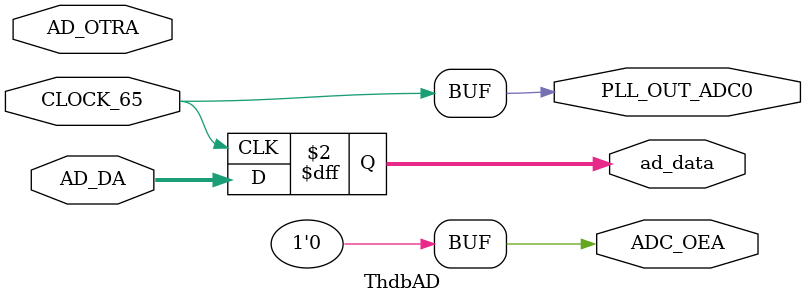
<source format=v>
module ThdbAD(
				PLL_OUT_ADC0,
				ADC_OEA,
				ad_data,
				AD_OTRA,
				AD_DA,
				CLOCK_65
			);

	output PLL_OUT_ADC0;
	output ADC_OEA;
	output [13:0] ad_data;

	input AD_OTRA;
	input CLOCK_65;
	input [13:0] AD_DA;

	reg [13:0] ad_data;

	assign PLL_OUT_ADC0 = CLOCK_65;
	assign ADC_OEA = 1'b0;

	always @(negedge CLOCK_65)
		begin
			ad_data <= AD_DA;
		end

endmodule

</source>
